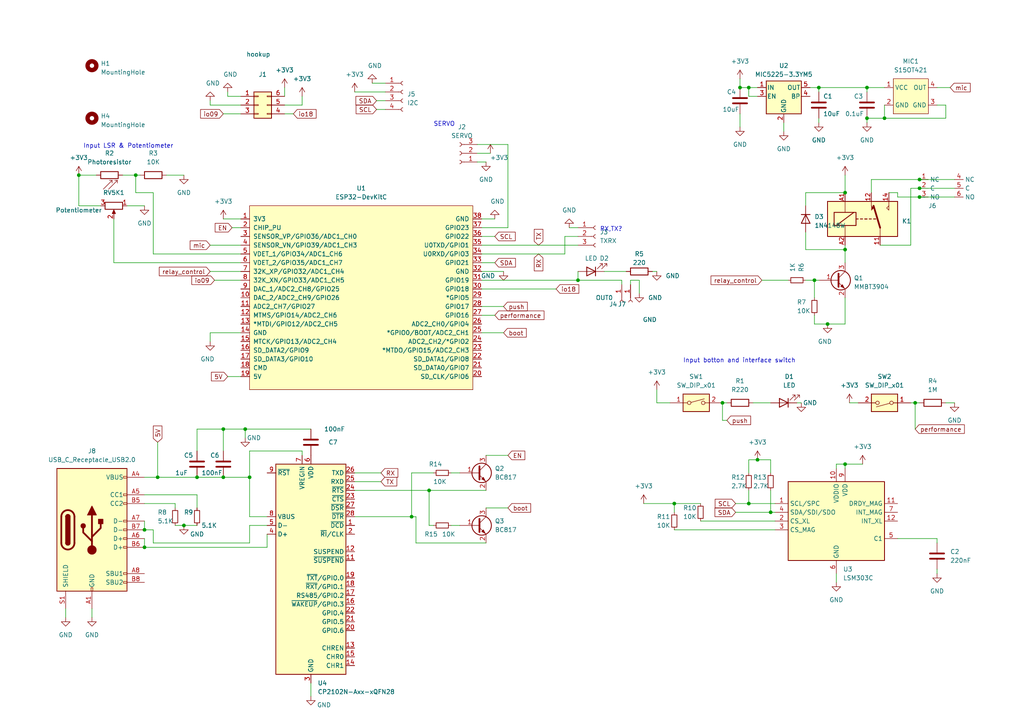
<source format=kicad_sch>
(kicad_sch (version 20231120) (generator "eeschema") (generator_version "8.0")
  (paper "A4")
  (title_block (title "Eleklhekha EFA ENHP Board") (date "2024-09-11"))
  (lib_symbols
    (symbol "Connector:Conn_01x01_Female" (pin_names (offset 1.016) hide)
      (property "Reference" "J" (at 0 2.54 0))
      (property "Value" "Conn_01x01_Female" (at 0 -2.54 0))
      (symbol "Conn_01x01_Female_1_1"
        (pin passive line (at -5.08 0 0) (length 3.81) (name "Pin_1") (number "1"))
      )
    )
    (symbol "Connector:Conn_01x03_Female" (pin_names (offset 1.016) hide)
      (property "Reference" "J" (at 0 5.08 0))
      (property "Value" "Conn_01x03_Female" (at 0 -5.08 0))
      (symbol "Conn_01x03_Female_1_1"
        (pin passive line (at -5.08 2.54 0) (length 3.81) (name "Pin_1") (number "1"))
        (pin passive line (at -5.08 0 0) (length 3.81) (name "Pin_2") (number "2"))
        (pin passive line (at -5.08 -2.54 0) (length 3.81) (name "Pin_3") (number "3"))
      )
    )
    (symbol "Connector:Conn_01x04_Socket" (pin_names (offset 1.016) hide)
      (property "Reference" "J" (at 0 5.08 0))
      (property "Value" "Conn_01x04_Socket" (at 0 -7.62 0))
      (symbol "Conn_01x04_Socket_1_1"
        (pin passive line (at -5.08 2.54 0) (length 3.81) (name "Pin_1") (number "1"))
        (pin passive line (at -5.08 0 0) (length 3.81) (name "Pin_2") (number "2"))
        (pin passive line (at -5.08 -2.54 0) (length 3.81) (name "Pin_3") (number "3"))
        (pin passive line (at -5.08 -5.08 0) (length 3.81) (name "Pin_4") (number "4"))
      )
    )
    (symbol "Connector:USB_C_Receptacle_USB2.0" (pin_names (offset 1.016))
      (property "Reference" "J" (at -10.16 19.05 0))
      (property "Value" "USB_C_Receptacle_USB2.0" (at 19.05 19.05 0))
      (symbol "USB_C_Receptacle_USB2.0_1_1"
        (pin passive line (at 0 -22.86 90) (length 5.08) (name "GND") (number "A1"))
        (pin passive line (at 0 -22.86 90) (length 5.08) hide (name "GND") (number "A12"))
        (pin passive line (at 15.24 15.24 180) (length 5.08) (name "VBUS") (number "A4"))
        (pin bidirectional line (at 15.24 10.16 180) (length 5.08) (name "CC1") (number "A5"))
        (pin bidirectional line (at 15.24 -2.54 180) (length 5.08) (name "D+") (number "A6"))
        (pin bidirectional line (at 15.24 2.54 180) (length 5.08) (name "D-") (number "A7"))
        (pin bidirectional line (at 15.24 -12.7 180) (length 5.08) (name "SBU1") (number "A8"))
        (pin passive line (at 15.24 15.24 180) (length 5.08) hide (name "VBUS") (number "A9"))
        (pin passive line (at 0 -22.86 90) (length 5.08) hide (name "GND") (number "B1"))
        (pin passive line (at 0 -22.86 90) (length 5.08) hide (name "GND") (number "B12"))
        (pin passive line (at 15.24 15.24 180) (length 5.08) hide (name "VBUS") (number "B4"))
        (pin bidirectional line (at 15.24 7.62 180) (length 5.08) (name "CC2") (number "B5"))
        (pin bidirectional line (at 15.24 -5.08 180) (length 5.08) (name "D+") (number "B6"))
        (pin bidirectional line (at 15.24 0 180) (length 5.08) (name "D-") (number "B7"))
        (pin bidirectional line (at 15.24 -15.24 180) (length 5.08) (name "SBU2") (number "B8"))
        (pin passive line (at 15.24 15.24 180) (length 5.08) hide (name "VBUS") (number "B9"))
        (pin passive line (at -7.62 -22.86 90) (length 5.08) (name "SHIELD") (number "S1"))
      )
    )
    (symbol "Connector_Generic:Conn_02x03_Counter_Clockwise" (pin_names (offset 1.016) hide)
      (property "Reference" "J" (at 1.27 5.08 0))
      (property "Value" "Conn_02x03_Counter_Clockwise" (at 1.27 -5.08 0))
      (symbol "Conn_02x03_Counter_Clockwise_1_1"
        (pin passive line (at -5.08 2.54 0) (length 3.81) (name "Pin_1") (number "1"))
        (pin passive line (at -5.08 0 0) (length 3.81) (name "Pin_2") (number "2"))
        (pin passive line (at -5.08 -2.54 0) (length 3.81) (name "Pin_3") (number "3"))
        (pin passive line (at 7.62 -2.54 180) (length 3.81) (name "Pin_4") (number "4"))
        (pin passive line (at 7.62 0 180) (length 3.81) (name "Pin_5") (number "5"))
        (pin passive line (at 7.62 2.54 180) (length 3.81) (name "Pin_6") (number "6"))
      )
    )
    (symbol "Device:C" (pin_numbers hide) (pin_names (offset 0.254))
      (property "Reference" "C" (at 0.635 2.54 0))
      (property "Value" "C" (at 0.635 -2.54 0))
      (symbol "C_1_1"
        (pin passive line (at 0 3.81 270) (length 2.794) (name "~") (number "1"))
        (pin passive line (at 0 -3.81 90) (length 2.794) (name "~") (number "2"))
      )
    )
    (symbol "Device:LED" (pin_numbers hide) (pin_names (offset 1.016) hide)
      (property "Reference" "D" (at 0 2.54 0))
      (property "Value" "LED" (at 0 -2.54 0))
      (symbol "LED_1_1"
        (pin passive line (at -3.81 0 0) (length 2.54) (name "K") (number "1"))
        (pin passive line (at 3.81 0 180) (length 2.54) (name "A") (number "2"))
      )
    )
    (symbol "Device:R" (pin_numbers hide) (pin_names (offset 0))
      (property "Reference" "R" (at 2.032 0 90))
      (property "Value" "R" (at 0 0 90))
      (symbol "R_1_1"
        (pin passive line (at 0 3.81 270) (length 1.27) (name "~") (number "1"))
        (pin passive line (at 0 -3.81 90) (length 1.27) (name "~") (number "2"))
      )
    )
    (symbol "Device:R_Photo" (pin_numbers hide) (pin_names (offset 0))
      (property "Reference" "R" (at 1.27 1.27 0))
      (property "Value" "R_Photo" (at 1.27 0 0))
      (symbol "R_Photo_1_1"
        (pin passive line (at 0 3.81 270) (length 1.27) (name "~") (number "1"))
        (pin passive line (at 0 -3.81 90) (length 1.27) (name "~") (number "2"))
      )
    )
    (symbol "Device:R_Potentiometer" (pin_names (offset 1.016) hide)
      (property "Reference" "RV" (at -4.445 0 90))
      (property "Value" "R_Potentiometer" (at -2.54 0 90))
      (symbol "R_Potentiometer_1_1"
        (pin passive line (at 0 3.81 270) (length 1.27) (name "1") (number "1"))
        (pin passive line (at 3.81 0 180) (length 1.27) (name "2") (number "2"))
        (pin passive line (at 0 -3.81 90) (length 1.27) (name "3") (number "3"))
      )
    )
    (symbol "Device:R_Small" (pin_numbers hide) (pin_names (offset 0.254) hide)
      (property "Reference" "R" (at 0.762 0.508 0))
      (property "Value" "R_Small" (at 0.762 -1.016 0))
      (symbol "R_Small_1_1"
        (pin passive line (at 0 2.54 270) (length 0.762) (name "~") (number "1"))
        (pin passive line (at 0 -2.54 90) (length 0.762) (name "~") (number "2"))
      )
    )
    (symbol "Diode:1N4148W" (pin_numbers hide) (pin_names hide)
      (property "Reference" "D" (at 0 2.54 0))
      (property "Value" "1N4148W" (at 0 -2.54 0))
      (symbol "1N4148W_1_1"
        (pin passive line (at -3.81 0 0) (length 2.54) (name "K") (number "1"))
        (pin passive line (at 3.81 0 180) (length 2.54) (name "A") (number "2"))
      )
    )
    (symbol "Espressif:ESP32-DevKitC" (pin_names (offset 1.016))
      (property "Reference" "U" (at -8.89 26.67 0))
      (property "Value" "ESP32-DevKitC" (at 0 -29.21 0))
      (symbol "ESP32-DevKitC_0_0"
        (pin power_in line (at -33.02 -11.43 0) (length 2.54) (name "GND") (number "14"))
        (pin power_in line (at -33.02 -24.13 0) (length 2.54) (name "5V") (number "19"))
      )
      (symbol "ESP32-DevKitC_1_1"
        (pin power_in line (at -33.02 21.59 0) (length 2.54) (name "3V3") (number "1"))
        (pin bidirectional line (at -33.02 -1.27 0) (length 2.54) (name "DAC_2/ADC2_CH9/GPIO26") (number "10"))
        (pin bidirectional line (at -33.02 -3.81 0) (length 2.54) (name "ADC2_CH7/GPIO27") (number "11"))
        (pin bidirectional line (at -33.02 -6.35 0) (length 2.54) (name "MTMS/GPIO14/ADC2_CH6") (number "12"))
        (pin bidirectional line (at -33.02 -8.89 0) (length 2.54) (name "*MTDI/GPIO12/ADC2_CH5") (number "13"))
        (pin bidirectional line (at -33.02 -13.97 0) (length 2.54) (name "MTCK/GPIO13/ADC2_CH4") (number "15"))
        (pin bidirectional line (at -33.02 -16.51 0) (length 2.54) (name "SD_DATA2/GPIO9") (number "16"))
        (pin bidirectional line (at -33.02 -19.05 0) (length 2.54) (name "SD_DATA3/GPIO10") (number "17"))
        (pin bidirectional line (at -33.02 -21.59 0) (length 2.54) (name "CMD") (number "18"))
        (pin input line (at -33.02 19.05 0) (length 2.54) (name "CHIP_PU") (number "2"))
        (pin bidirectional line (at 36.83 -24.13 180) (length 2.54) (name "SD_CLK/GPIO6") (number "20"))
        (pin bidirectional line (at 36.83 -21.59 180) (length 2.54) (name "SD_DATA0/GPIO7") (number "21"))
        (pin bidirectional line (at 36.83 -19.05 180) (length 2.54) (name "SD_DATA1/GPIO8") (number "22"))
        (pin bidirectional line (at 36.83 -16.51 180) (length 2.54) (name "*MTDO/GPIO15/ADC2_CH3") (number "23"))
        (pin bidirectional line (at 36.83 -13.97 180) (length 2.54) (name "ADC2_CH2/*GPIO2") (number "24"))
        (pin bidirectional line (at 36.83 -11.43 180) (length 2.54) (name "*GPIO0/BOOT/ADC2_CH1") (number "25"))
        (pin bidirectional line (at 36.83 -8.89 180) (length 2.54) (name "ADC2_CH0/GPIO4") (number "26"))
        (pin bidirectional line (at 36.83 -6.35 180) (length 2.54) (name "GPIO16") (number "27"))
        (pin bidirectional line (at 36.83 -3.81 180) (length 2.54) (name "GPIO17") (number "28"))
        (pin bidirectional line (at 36.83 -1.27 180) (length 2.54) (name "*GPIO5") (number "29"))
        (pin input line (at -33.02 16.51 0) (length 2.54) (name "SENSOR_VP/GPIO36/ADC1_CH0") (number "3"))
        (pin bidirectional line (at 36.83 1.27 180) (length 2.54) (name "GPIO18") (number "30"))
        (pin bidirectional line (at 36.83 3.81 180) (length 2.54) (name "GPIO19") (number "31"))
        (pin power_in line (at 36.83 6.35 180) (length 2.54) (name "GND") (number "32"))
        (pin bidirectional line (at 36.83 8.89 180) (length 2.54) (name "GPIO21") (number "33"))
        (pin bidirectional line (at 36.83 11.43 180) (length 2.54) (name "U0RXD/GPIO3") (number "34"))
        (pin bidirectional line (at 36.83 13.97 180) (length 2.54) (name "U0TXD/GPIO1") (number "35"))
        (pin bidirectional line (at 36.83 16.51 180) (length 2.54) (name "GPIO22") (number "36"))
        (pin bidirectional line (at 36.83 19.05 180) (length 2.54) (name "GPIO23") (number "37"))
        (pin power_in line (at 36.83 21.59 180) (length 2.54) (name "GND") (number "38"))
        (pin input line (at -33.02 13.97 0) (length 2.54) (name "SENSOR_VN/GPIO39/ADC1_CH3") (number "4"))
        (pin input line (at -33.02 11.43 0) (length 2.54) (name "VDET_1/GPIO34/ADC1_CH6") (number "5"))
        (pin input line (at -33.02 8.89 0) (length 2.54) (name "VDET_2/GPIO35/ADC1_CH7") (number "6"))
        (pin bidirectional line (at -33.02 6.35 0) (length 2.54) (name "32K_XP/GPIO32/ADC1_CH4") (number "7"))
        (pin bidirectional line (at -33.02 3.81 0) (length 2.54) (name "32K_XN/GPIO33/ADC1_CH5") (number "8"))
        (pin bidirectional line (at -33.02 1.27 0) (length 2.54) (name "DAC_1/ADC2_CH8/GPIO25") (number "9"))
      )
    )
    (symbol "Interface_USB:CP2102N-Axx-xQFN28"
      (property "Reference" "U" (at -8.89 31.75 0))
      (property "Value" "CP2102N-Axx-xQFN28" (at 12.7 31.75 0))
      (symbol "CP2102N-Axx-xQFN28_1_1"
        (pin input line (at 12.7 12.7 180) (length 2.54) (name "~{DCD}") (number "1"))
        (pin no_connect line (at -10.16 -27.94 0) (length 2.54) hide (name "NC") (number "10"))
        (pin output line (at 12.7 2.54 180) (length 2.54) (name "~{SUSPEND}") (number "11"))
        (pin output line (at 12.7 5.08 180) (length 2.54) (name "SUSPEND") (number "12"))
        (pin output line (at 12.7 -22.86 180) (length 2.54) (name "CHREN") (number "13"))
        (pin output line (at 12.7 -27.94 180) (length 2.54) (name "CHR1") (number "14"))
        (pin output line (at 12.7 -25.4 180) (length 2.54) (name "CHR0") (number "15"))
        (pin bidirectional line (at 12.7 -10.16 180) (length 2.54) (name "~{WAKEUP}/GPIO.3") (number "16"))
        (pin bidirectional line (at 12.7 -7.62 180) (length 2.54) (name "RS485/GPIO.2") (number "17"))
        (pin bidirectional line (at 12.7 -5.08 180) (length 2.54) (name "~{RXT}/GPIO.1") (number "18"))
        (pin bidirectional line (at 12.7 -2.54 180) (length 2.54) (name "~{TXT}/GPIO.0") (number "19"))
        (pin bidirectional line (at 12.7 10.16 180) (length 2.54) (name "~{RI}/CLK") (number "2"))
        (pin bidirectional line (at 12.7 -17.78 180) (length 2.54) (name "GPIO.6") (number "20"))
        (pin bidirectional line (at 12.7 -15.24 180) (length 2.54) (name "GPIO.5") (number "21"))
        (pin bidirectional line (at 12.7 -12.7 180) (length 2.54) (name "GPIO.4") (number "22"))
        (pin input line (at 12.7 20.32 180) (length 2.54) (name "~{CTS}") (number "23"))
        (pin output line (at 12.7 22.86 180) (length 2.54) (name "~{RTS}") (number "24"))
        (pin input line (at 12.7 25.4 180) (length 2.54) (name "RXD") (number "25"))
        (pin output line (at 12.7 27.94 180) (length 2.54) (name "TXD") (number "26"))
        (pin input line (at 12.7 17.78 180) (length 2.54) (name "~{DSR}") (number "27"))
        (pin output line (at 12.7 15.24 180) (length 2.54) (name "~{DTR}") (number "28"))
        (pin passive line (at 0 -33.02 90) (length 2.54) hide (name "GND") (number "29"))
        (pin power_in line (at 0 -33.02 90) (length 2.54) (name "GND") (number "3"))
        (pin bidirectional line (at -12.7 10.16 0) (length 2.54) (name "D+") (number "4"))
        (pin bidirectional line (at -12.7 12.7 0) (length 2.54) (name "D-") (number "5"))
        (pin power_in line (at 0 33.02 270) (length 2.54) (name "VDD") (number "6"))
        (pin power_in line (at -2.54 33.02 270) (length 2.54) (name "VREGIN") (number "7"))
        (pin input line (at -12.7 15.24 0) (length 2.54) (name "VBUS") (number "8"))
        (pin input line (at -12.7 27.94 0) (length 2.54) (name "~{RST}") (number "9"))
      )
    )
    (symbol "Mechanical:MountingHole" (pin_names (offset 1.016))
      (property "Reference" "H" (at 0 5.08 0))
      (property "Value" "MountingHole" (at 0 3.175 0))
    )
    (symbol "Microphones:S15OT421"
      (property "Reference" "U" (at -2.54 7.62 0))
      (property "Value" "S15OT421" (at 3.81 7.62 0))
      (symbol "S15OT421_1_1"
        (pin input line (at -7.62 3.81 0) (length 2.54) (name "VCC") (number "1"))
        (pin input line (at -7.62 -1.27 0) (length 2.54) (name "GND") (number "2"))
        (pin input line (at 7.62 -1.27 180) (length 2.54) (name "GND") (number "3"))
        (pin output line (at 7.62 3.81 180) (length 2.54) (name "OUT") (number "4"))
      )
    )
    (symbol "Regulator_Linear:MIC5205-3.3YM5" (pin_names (offset 0.254))
      (property "Reference" "U" (at -3.81 5.715 0))
      (property "Value" "MIC5205-3.3YM5" (at 0 5.715 0))
      (symbol "MIC5205-3.3YM5_1_1"
        (pin power_in line (at -7.62 2.54 0) (length 2.54) (name "IN") (number "1"))
        (pin power_in line (at 0 -7.62 90) (length 2.54) (name "GND") (number "2"))
        (pin input line (at -7.62 0 0) (length 2.54) (name "EN") (number "3"))
        (pin input line (at 7.62 0 180) (length 2.54) (name "BP") (number "4"))
        (pin power_out line (at 7.62 2.54 180) (length 2.54) (name "OUT") (number "5"))
      )
    )
    (symbol "Relay:FINDER-36.11"
      (property "Reference" "K" (at 11.43 3.81 0))
      (property "Value" "FINDER-36.11" (at 11.43 1.27 0))
      (symbol "FINDER-36.11_1_1"
        (pin passive line (at 5.08 -7.62 90) (length 2.54) (name "~") (number "11"))
        (pin passive line (at 2.54 7.62 270) (length 2.54) (name "~") (number "12"))
        (pin passive line (at 7.62 7.62 270) (length 2.54) (name "~") (number "14"))
        (pin passive line (at -5.08 7.62 270) (length 2.54) (name "~") (number "A1"))
        (pin passive line (at -5.08 -7.62 90) (length 2.54) (name "~") (number "A2"))
      )
    )
    (symbol "Sensor_Motion:LSM303C"
      (property "Reference" "U" (at -11.43 15.24 0))
      (property "Value" "LSM303C" (at -5.08 13.97 0))
      (symbol "LSM303C_1_1"
        (pin input line (at -17.78 5.08 0) (length 3.81) (name "SCL/SPC") (number "1"))
        (pin power_in line (at 0 15.24 270) (length 3.81) (name "VDDIO") (number "10"))
        (pin output line (at 17.78 5.08 180) (length 3.81) (name "DRDY_MAG") (number "11"))
        (pin output line (at 17.78 0 180) (length 3.81) (name "INT_XL") (number "12"))
        (pin input line (at -17.78 0 0) (length 3.81) (name "CS_XL") (number "2"))
        (pin input line (at -17.78 -2.54 0) (length 3.81) (name "CS_MAG") (number "3"))
        (pin bidirectional line (at -17.78 2.54 0) (length 3.81) (name "SDA/SDI/SDO") (number "4"))
        (pin passive line (at 17.78 -5.08 180) (length 3.81) (name "C1") (number "5"))
        (pin power_in line (at 0 -15.24 90) (length 3.81) (name "GND") (number "6"))
        (pin output line (at 17.78 2.54 180) (length 3.81) (name "INT_MAG") (number "7"))
        (pin passive line (at 0 -15.24 90) (length 3.81) hide (name "GND") (number "8"))
        (pin power_in line (at 2.54 15.24 270) (length 3.81) (name "VDD") (number "9"))
      )
    )
    (symbol "Spring_terminal:spring+terminal_3Pos"
      (property "Reference" "J" (at 0 -2.54 0))
      (symbol "spring+terminal_3Pos_1_1"
        (pin input line (at -1.27 5.08 0) (length 2.54) (name "NC") (number "1"))
        (pin input line (at -1.27 2.54 0) (length 2.54) (name "C") (number "2"))
        (pin input line (at -1.27 0 0) (length 2.54) (name "NO") (number "3"))
        (pin input line (at 8.89 5.08 0) (length 2.54) (name "NC") (number "4"))
        (pin input line (at 8.89 2.54 0) (length 2.54) (name "C") (number "5"))
        (pin input line (at 8.89 0 0) (length 2.54) (name "NO") (number "6"))
      )
    )
    (symbol "Switch:SW_DIP_x01" (pin_names (offset 0) hide)
      (property "Reference" "SW" (at 0 3.81 0))
      (property "Value" "SW_DIP_x01" (at 0 -3.81 0))
      (symbol "SW_DIP_x01_1_1"
        (pin passive line (at -7.62 0 0) (length 5.08) (name "~") (number "1"))
        (pin passive line (at 7.62 0 180) (length 5.08) (name "~") (number "2"))
      )
    )
    (symbol "Transistor_BJT:BC817" (pin_names (offset 0) hide)
      (property "Reference" "Q" (at 5.08 1.905 0))
      (property "Value" "BC817" (at 5.08 0 0))
      (symbol "BC817_1_1"
        (pin input line (at -5.08 0 0) (length 5.715) (name "B") (number "1"))
        (pin passive line (at 2.54 -5.08 90) (length 2.54) (name "E") (number "2"))
        (pin passive line (at 2.54 5.08 270) (length 2.54) (name "C") (number "3"))
      )
    )
    (symbol "Transistor_BJT:MMBT3904" (pin_names (offset 0) hide)
      (property "Reference" "Q" (at 5.08 1.905 0))
      (property "Value" "MMBT3904" (at 5.08 0 0))
      (symbol "MMBT3904_1_1"
        (pin input line (at -5.08 0 0) (length 5.715) (name "B") (number "1"))
        (pin passive line (at 2.54 -5.08 90) (length 2.54) (name "E") (number "2"))
        (pin passive line (at 2.54 5.08 270) (length 2.54) (name "C") (number "3"))
      )
    )
    (symbol "power:+3.3V" (power) (pin_names (offset 0))
      (property "Value" "+3.3V" (at 0 3.556 0))
      (symbol "+3.3V_1_1"
        (pin power_in line (at 0 0 90) (length 0) hide (name "+3V3") (number "1"))
      )
    )
    (symbol "power:GND" (power) (pin_names (offset 0))
      (property "Value" "GND" (at 0 -3.81 0))
      (symbol "GND_1_1"
        (pin power_in line (at 0 0 270) (length 0) hide (name "GND") (number "1"))
      )
    )
  )
  (junction (at 245.11 134.62))
  (junction (at 217.17 146.05))
  (junction (at 266.7 57.15))
  (junction (at 119.38 149.86))
  (junction (at 223.52 148.59))
  (junction (at 45.72 138.43))
  (junction (at 217.17 25.4))
  (junction (at 265.43 116.84))
  (junction (at 57.15 138.43))
  (junction (at 124.46 142.24))
  (junction (at 195.58 146.05))
  (junction (at 64.77 124.46))
  (junction (at 209.55 116.84))
  (junction (at 64.77 138.43))
  (junction (at 251.46 34.29))
  (junction (at 53.34 152.4))
  (junction (at 266.7 52.07))
  (junction (at 245.11 72.39))
  (junction (at 39.37 50.8))
  (junction (at 72.39 138.43))
  (junction (at 251.46 25.4))
  (junction (at 22.86 50.8))
  (junction (at 219.71 133.35))
  (junction (at 41.91 153.67))
  (junction (at 266.7 54.61))
  (junction (at 167.64 81.28))
  (junction (at 237.49 25.4))
  (junction (at 256.54 34.29))
  (junction (at 245.11 55.88))
  (junction (at 240.03 93.98))
  (junction (at 41.91 158.75))
  (junction (at 236.22 81.28))
  (junction (at 214.63 25.4))
  (junction (at 71.12 124.46))
  (wire (pts (xy 72.39 157.48) (xy 44.45 157.48)))
  (wire (pts (xy 109.22 31.75) (xy 111.76 31.75)))
  (wire (pts (xy 19.05 176.53) (xy 19.05 179.07)))
  (wire (pts (xy 44.45 157.48) (xy 44.45 153.67)))
  (wire (pts (xy 124.46 142.24) (xy 124.46 152.4)))
  (wire (pts (xy 203.2 151.13) (xy 224.79 151.13)))
  (wire (pts (xy 139.7 66.04) (xy 147.32 66.04)))
  (wire (pts (xy 119.38 137.16) (xy 119.38 149.86)))
  (wire (pts (xy 219.71 27.94) (xy 217.17 27.94)))
  (wire (pts (xy 41.91 158.75) (xy 77.47 158.75)))
  (wire (pts (xy 214.63 33.02) (xy 214.63 36.83)))
  (wire (pts (xy 120.65 149.86) (xy 119.38 149.86)))
  (wire (pts (xy 64.77 33.02) (xy 69.85 33.02)))
  (wire (pts (xy 245.11 134.62) (xy 242.57 134.62)))
  (wire (pts (xy 139.7 83.82) (xy 161.29 83.82)))
  (wire (pts (xy 120.65 157.48) (xy 120.65 149.86)))
  (wire (pts (xy 41.91 143.51) (xy 57.15 143.51)))
  (wire (pts (xy 102.87 142.24) (xy 124.46 142.24)))
  (wire (pts (xy 109.22 29.21) (xy 111.76 29.21)))
  (wire (pts (xy 167.64 78.74) (xy 167.64 81.28)))
  (wire (pts (xy 66.04 109.22) (xy 69.85 109.22)))
  (wire (pts (xy 271.78 30.48) (xy 274.32 30.48)))
  (wire (pts (xy 102.87 26.67) (xy 111.76 26.67)))
  (wire (pts (xy 139.7 73.66) (xy 163.83 73.66)))
  (wire (pts (xy 260.35 156.21) (xy 271.78 156.21)))
  (wire (pts (xy 147.32 41.91) (xy 147.32 66.04)))
  (wire (pts (xy 252.73 55.88) (xy 252.73 52.07)))
  (wire (pts (xy 274.32 116.84) (xy 276.86 116.84)))
  (wire (pts (xy 139.7 96.52) (xy 146.05 96.52)))
  (wire (pts (xy 274.32 30.48) (xy 274.32 34.29)))
  (wire (pts (xy 265.43 124.46) (xy 265.43 116.84)))
  (wire (pts (xy 242.57 166.37) (xy 242.57 168.91)))
  (wire (pts (xy 57.15 124.46) (xy 64.77 124.46)))
  (wire (pts (xy 77.47 152.4) (xy 72.39 152.4)))
  (wire (pts (xy 250.19 134.62) (xy 245.11 134.62)))
  (wire (pts (xy 22.86 50.8) (xy 27.94 50.8)))
  (wire (pts (xy 102.87 137.16) (xy 110.49 137.16)))
  (wire (pts (xy 44.45 73.66) (xy 44.45 55.88)))
  (wire (pts (xy 39.37 55.88) (xy 39.37 50.8)))
  (wire (pts (xy 60.96 71.12) (xy 69.85 71.12)))
  (wire (pts (xy 180.34 81.28) (xy 180.34 82.55)))
  (wire (pts (xy 209.55 116.84) (xy 209.55 121.92)))
  (wire (pts (xy 213.36 146.05) (xy 217.17 146.05)))
  (wire (pts (xy 217.17 25.4) (xy 219.71 25.4)))
  (wire (pts (xy 77.47 149.86) (xy 72.39 149.86)))
  (wire (pts (xy 242.57 134.62) (xy 242.57 135.89)))
  (wire (pts (xy 45.72 138.43) (xy 41.91 138.43)))
  (wire (pts (xy 60.96 30.48) (xy 60.96 29.21)))
  (wire (pts (xy 72.39 138.43) (xy 64.77 138.43)))
  (wire (pts (xy 175.26 78.74) (xy 181.61 78.74)))
  (wire (pts (xy 130.81 137.16) (xy 133.35 137.16)))
  (wire (pts (xy 266.7 54.61) (xy 276.86 54.61)))
  (wire (pts (xy 33.02 63.5) (xy 33.02 76.2)))
  (wire (pts (xy 53.34 152.4) (xy 57.15 152.4)))
  (wire (pts (xy 107.95 24.13) (xy 111.76 24.13)))
  (wire (pts (xy 62.23 81.28) (xy 69.85 81.28)))
  (wire (pts (xy 39.37 50.8) (xy 40.64 50.8)))
  (wire (pts (xy 72.39 130.81) (xy 72.39 138.43)))
  (wire (pts (xy 102.87 139.7) (xy 110.49 139.7)))
  (wire (pts (xy 214.63 22.86) (xy 214.63 25.4)))
  (wire (pts (xy 190.5 116.84) (xy 194.31 116.84)))
  (wire (pts (xy 256.54 34.29) (xy 274.32 34.29)))
  (wire (pts (xy 182.88 81.28) (xy 182.88 82.55)))
  (wire (pts (xy 140.97 157.48) (xy 120.65 157.48)))
  (wire (pts (xy 190.5 113.03) (xy 190.5 116.84)))
  (wire (pts (xy 165.1 66.04) (xy 167.64 66.04)))
  (wire (pts (xy 82.55 25.4) (xy 82.55 27.94)))
  (wire (pts (xy 139.7 81.28) (xy 167.64 81.28)))
  (wire (pts (xy 167.64 81.28) (xy 180.34 81.28)))
  (wire (pts (xy 217.17 142.24) (xy 217.17 146.05)))
  (wire (pts (xy 236.22 91.44) (xy 236.22 93.98)))
  (wire (pts (xy 139.7 88.9) (xy 146.05 88.9)))
  (wire (pts (xy 72.39 149.86) (xy 72.39 138.43)))
  (wire (pts (xy 163.83 73.66) (xy 163.83 68.58)))
  (wire (pts (xy 186.69 146.05) (xy 195.58 146.05)))
  (wire (pts (xy 251.46 34.29) (xy 251.46 35.56)))
  (wire (pts (xy 71.12 124.46) (xy 71.12 127)))
  (wire (pts (xy 251.46 34.29) (xy 256.54 34.29)))
  (wire (pts (xy 245.11 50.8) (xy 245.11 55.88)))
  (wire (pts (xy 233.68 67.31) (xy 233.68 72.39)))
  (wire (pts (xy 213.36 148.59) (xy 223.52 148.59)))
  (wire (pts (xy 41.91 146.05) (xy 50.8 146.05)))
  (wire (pts (xy 257.81 55.88) (xy 260.35 55.88)))
  (wire (pts (xy 271.78 165.1) (xy 271.78 166.37)))
  (wire (pts (xy 271.78 156.21) (xy 271.78 157.48)))
  (wire (pts (xy 245.11 72.39) (xy 245.11 76.2)))
  (wire (pts (xy 60.96 78.74) (xy 69.85 78.74)))
  (wire (pts (xy 237.49 34.29) (xy 237.49 35.56)))
  (wire (pts (xy 138.43 41.91) (xy 147.32 41.91)))
  (wire (pts (xy 60.96 30.48) (xy 69.85 30.48)))
  (wire (pts (xy 264.16 54.61) (xy 266.7 54.61)))
  (wire (pts (xy 234.95 25.4) (xy 237.49 25.4)))
  (wire (pts (xy 260.35 57.15) (xy 266.7 57.15)))
  (wire (pts (xy 163.83 68.58) (xy 167.64 68.58)))
  (wire (pts (xy 139.7 78.74) (xy 146.05 78.74)))
  (wire (pts (xy 236.22 93.98) (xy 240.03 93.98)))
  (wire (pts (xy 87.63 130.81) (xy 72.39 130.81)))
  (wire (pts (xy 139.7 91.44) (xy 143.51 91.44)))
  (wire (pts (xy 87.63 132.08) (xy 87.63 130.81)))
  (wire (pts (xy 209.55 116.84) (xy 210.82 116.84)))
  (wire (pts (xy 69.85 76.2) (xy 33.02 76.2)))
  (wire (pts (xy 252.73 52.07) (xy 266.7 52.07)))
  (wire (pts (xy 139.7 71.12) (xy 167.64 71.12)))
  (wire (pts (xy 195.58 146.05) (xy 203.2 146.05)))
  (wire (pts (xy 64.77 124.46) (xy 64.77 130.81)))
  (wire (pts (xy 90.17 198.12) (xy 90.17 201.93)))
  (wire (pts (xy 260.35 55.88) (xy 260.35 57.15)))
  (wire (pts (xy 125.73 137.16) (xy 119.38 137.16)))
  (wire (pts (xy 251.46 25.4) (xy 256.54 25.4)))
  (wire (pts (xy 67.31 66.04) (xy 69.85 66.04)))
  (wire (pts (xy 223.52 133.35) (xy 219.71 133.35)))
  (wire (pts (xy 256.54 30.48) (xy 256.54 34.29)))
  (wire (pts (xy 266.7 52.07) (xy 276.86 52.07)))
  (wire (pts (xy 22.86 50.8) (xy 22.86 59.69)))
  (wire (pts (xy 233.68 59.69) (xy 233.68 55.88)))
  (wire (pts (xy 223.52 137.16) (xy 223.52 133.35)))
  (wire (pts (xy 64.77 138.43) (xy 57.15 138.43)))
  (wire (pts (xy 245.11 134.62) (xy 245.11 135.89)))
  (wire (pts (xy 29.21 59.69) (xy 22.86 59.69)))
  (wire (pts (xy 195.58 153.67) (xy 224.79 153.67)))
  (wire (pts (xy 90.17 124.46) (xy 71.12 124.46)))
  (wire (pts (xy 138.43 44.45) (xy 142.24 44.45)))
  (wire (pts (xy 130.81 152.4) (xy 133.35 152.4)))
  (wire (pts (xy 266.7 57.15) (xy 276.86 57.15)))
  (wire (pts (xy 246.38 116.84) (xy 248.92 116.84)))
  (wire (pts (xy 185.42 81.28) (xy 185.42 85.09)))
  (wire (pts (xy 265.43 116.84) (xy 266.7 116.84)))
  (wire (pts (xy 57.15 138.43) (xy 45.72 138.43)))
  (wire (pts (xy 119.38 149.86) (xy 102.87 149.86)))
  (wire (pts (xy 217.17 27.94) (xy 217.17 25.4)))
  (wire (pts (xy 190.5 78.74) (xy 189.23 78.74)))
  (wire (pts (xy 237.49 26.67) (xy 237.49 25.4)))
  (wire (pts (xy 72.39 152.4) (xy 72.39 157.48)))
  (wire (pts (xy 60.96 96.52) (xy 69.85 96.52)))
  (wire (pts (xy 35.56 50.8) (xy 39.37 50.8)))
  (wire (pts (xy 264.16 116.84) (xy 265.43 116.84)))
  (wire (pts (xy 57.15 143.51) (xy 57.15 147.32)))
  (wire (pts (xy 66.04 27.94) (xy 66.04 26.67)))
  (wire (pts (xy 82.55 30.48) (xy 87.63 30.48)))
  (wire (pts (xy 220.98 81.28) (xy 228.6 81.28)))
  (wire (pts (xy 69.85 73.66) (xy 44.45 73.66)))
  (wire (pts (xy 209.55 121.92) (xy 210.82 121.92)))
  (wire (pts (xy 64.77 63.5) (xy 69.85 63.5)))
  (wire (pts (xy 139.7 63.5) (xy 143.51 63.5)))
  (wire (pts (xy 57.15 130.81) (xy 57.15 124.46)))
  (wire (pts (xy 139.7 68.58) (xy 143.51 68.58)))
  (wire (pts (xy 139.7 76.2) (xy 143.51 76.2)))
  (wire (pts (xy 87.63 27.94) (xy 87.63 30.48)))
  (wire (pts (xy 227.33 35.56) (xy 227.33 38.1)))
  (wire (pts (xy 237.49 25.4) (xy 251.46 25.4)))
  (wire (pts (xy 214.63 25.4) (xy 217.17 25.4)))
  (wire (pts (xy 124.46 142.24) (xy 140.97 142.24)))
  (wire (pts (xy 218.44 116.84) (xy 223.52 116.84)))
  (wire (pts (xy 217.17 133.35) (xy 217.17 137.16)))
  (wire (pts (xy 223.52 148.59) (xy 224.79 148.59)))
  (wire (pts (xy 125.73 152.4) (xy 124.46 152.4)))
  (wire (pts (xy 64.77 124.46) (xy 71.12 124.46)))
  (wire (pts (xy 66.04 27.94) (xy 69.85 27.94)))
  (wire (pts (xy 138.43 46.99) (xy 140.97 46.99)))
  (wire (pts (xy 140.97 147.32) (xy 147.32 147.32)))
  (wire (pts (xy 264.16 71.12) (xy 264.16 54.61)))
  (wire (pts (xy 233.68 55.88) (xy 245.11 55.88)))
  (wire (pts (xy 233.68 81.28) (xy 236.22 81.28)))
  (wire (pts (xy 219.71 133.35) (xy 217.17 133.35)))
  (wire (pts (xy 45.72 128.27) (xy 45.72 138.43)))
  (wire (pts (xy 236.22 86.36) (xy 236.22 81.28)))
  (wire (pts (xy 195.58 146.05) (xy 195.58 148.59)))
  (wire (pts (xy 223.52 142.24) (xy 223.52 148.59)))
  (wire (pts (xy 50.8 152.4) (xy 53.34 152.4)))
  (wire (pts (xy 41.91 151.13) (xy 41.91 153.67)))
  (wire (pts (xy 217.17 146.05) (xy 224.79 146.05)))
  (wire (pts (xy 41.91 156.21) (xy 41.91 158.75)))
  (wire (pts (xy 44.45 153.67) (xy 41.91 153.67)))
  (wire (pts (xy 251.46 26.67) (xy 251.46 25.4)))
  (wire (pts (xy 77.47 154.94) (xy 77.47 158.75)))
  (wire (pts (xy 60.96 99.06) (xy 60.96 96.52)))
  (wire (pts (xy 233.68 72.39) (xy 245.11 72.39)))
  (wire (pts (xy 50.8 147.32) (xy 50.8 146.05)))
  (wire (pts (xy 240.03 93.98) (xy 245.11 93.98)))
  (wire (pts (xy 26.67 176.53) (xy 26.67 179.07)))
  (wire (pts (xy 44.45 55.88) (xy 39.37 55.88)))
  (wire (pts (xy 82.55 33.02) (xy 85.09 33.02)))
  (wire (pts (xy 140.97 132.08) (xy 147.32 132.08)))
  (wire (pts (xy 245.11 71.12) (xy 245.11 72.39)))
  (wire (pts (xy 36.83 59.69) (xy 41.91 59.69)))
  (wire (pts (xy 182.88 81.28) (xy 185.42 81.28)))
  (wire (pts (xy 231.14 116.84) (xy 232.41 116.84)))
  (wire (pts (xy 255.27 71.12) (xy 264.16 71.12)))
  (wire (pts (xy 271.78 25.4) (xy 275.59 25.4)))
  (wire (pts (xy 245.11 86.36) (xy 245.11 93.98)))
  (wire (pts (xy 236.22 81.28) (xy 237.49 81.28)))
  (wire (pts (xy 48.26 50.8) (xy 53.34 50.8)))
  (text "Input LSR & Potentiometer" (at 24.13 43.18 0) (effects (font (size 1.27 1.27)) (justify left bottom)))
  (text "SERVO" (at 125.73 36.83 0) (effects (font (size 1.27 1.27)) (justify left bottom)))
  (text "Input botton and interface switch" (at 198.12 105.41 0) (effects (font (size 1.27 1.27)) (justify left bottom)))
  (text "RX,TX?" (at 173.99 67.31 0) (effects (font (size 1.27 1.27)) (justify left bottom)))
  (global_label "SDA" (shape input) (at 143.51 76.2 0) (property "Intersheetrefs" "${INTERSHEET_REFS}" (effects (hide yes))))
  (global_label "boot" (shape input) (at 146.05 96.52 0) (property "Intersheetrefs" "${INTERSHEET_REFS}" (effects (hide yes))))
  (global_label "performance" (shape input) (at 143.51 91.44 0) (property "Intersheetrefs" "${INTERSHEET_REFS}" (effects (hide yes))))
  (global_label "TX" (shape input) (at 110.49 139.7 0) (property "Intersheetrefs" "${INTERSHEET_REFS}" (effects (hide yes))))
  (global_label "push" (shape input) (at 146.05 88.9 0) (property "Intersheetrefs" "${INTERSHEET_REFS}" (effects (hide yes))))
  (global_label "relay_control" (shape input) (at 220.98 81.28 180) (property "Intersheetrefs" "${INTERSHEET_REFS}" (effects (hide yes))))
  (global_label "RX" (shape input) (at 156.21 73.66 270) (property "Intersheetrefs" "${INTERSHEET_REFS}" (effects (hide yes))))
  (global_label "SCL" (shape input) (at 143.51 68.58 0) (property "Intersheetrefs" "${INTERSHEET_REFS}" (effects (hide yes))))
  (global_label "performance" (shape input) (at 265.43 124.46 0) (property "Intersheetrefs" "${INTERSHEET_REFS}" (effects (hide yes))))
  (global_label "SDA" (shape input) (at 109.22 29.21 180) (property "Intersheetrefs" "${INTERSHEET_REFS}" (effects (hide yes))))
  (global_label "io18" (shape input) (at 85.09 33.02 0) (property "Intersheetrefs" "${INTERSHEET_REFS}" (effects (hide yes))))
  (global_label "io09" (shape input) (at 62.23 81.28 180) (property "Intersheetrefs" "${INTERSHEET_REFS}" (effects (hide yes))))
  (global_label "relay_control" (shape input) (at 60.96 78.74 180) (property "Intersheetrefs" "${INTERSHEET_REFS}" (effects (hide yes))))
  (global_label "5V" (shape input) (at 66.04 109.22 180) (property "Intersheetrefs" "${INTERSHEET_REFS}" (effects (hide yes))))
  (global_label "EN" (shape input) (at 67.31 66.04 180) (property "Intersheetrefs" "${INTERSHEET_REFS}" (effects (hide yes))))
  (global_label "mic" (shape input) (at 60.96 71.12 180) (property "Intersheetrefs" "${INTERSHEET_REFS}" (effects (hide yes))))
  (global_label "io09" (shape input) (at 64.77 33.02 180) (property "Intersheetrefs" "${INTERSHEET_REFS}" (effects (hide yes))))
  (global_label "SCL" (shape input) (at 213.36 146.05 180) (property "Intersheetrefs" "${INTERSHEET_REFS}" (effects (hide yes))))
  (global_label "EN" (shape input) (at 147.32 132.08 0) (property "Intersheetrefs" "${INTERSHEET_REFS}" (effects (hide yes))))
  (global_label "RX" (shape input) (at 110.49 137.16 0) (property "Intersheetrefs" "${INTERSHEET_REFS}" (effects (hide yes))))
  (global_label "push" (shape input) (at 210.82 121.92 0) (property "Intersheetrefs" "${INTERSHEET_REFS}" (effects (hide yes))))
  (global_label "io18" (shape input) (at 161.29 83.82 0) (property "Intersheetrefs" "${INTERSHEET_REFS}" (effects (hide yes))))
  (global_label "5V" (shape input) (at 45.72 128.27 90) (property "Intersheetrefs" "${INTERSHEET_REFS}" (effects (hide yes))))
  (global_label "mic" (shape input) (at 275.59 25.4 0) (property "Intersheetrefs" "${INTERSHEET_REFS}" (effects (hide yes))))
  (global_label "boot" (shape input) (at 147.32 147.32 0) (property "Intersheetrefs" "${INTERSHEET_REFS}" (effects (hide yes))))
  (global_label "SCL" (shape input) (at 109.22 31.75 180) (property "Intersheetrefs" "${INTERSHEET_REFS}" (effects (hide yes))))
  (global_label "TX" (shape input) (at 156.21 71.12 90) (property "Intersheetrefs" "${INTERSHEET_REFS}" (effects (hide yes))))
  (global_label "SDA" (shape input) (at 213.36 148.59 180) (property "Intersheetrefs" "${INTERSHEET_REFS}" (effects (hide yes))))
  (symbol (lib_id "Relay:FINDER-36.11") (at 250.19 63.5 0) (unit 1)
    (property "Reference" "K1" (at 261.62 64.135 0) (effects (justify left)))
    (property "Value" "FINDER-36.11" (effects (hide yes)))
    (property "Footprint" "Relay_THT:Relay_SPDT_Finder_36.11" (effects (hide yes)))
    (property "Datasheet" "https://gfinder.findernet.com/public/attachments/36/EN/S36EN.pdf" (effects (hide yes)))
  )
  (symbol (lib_id "power:GND") (at 60.96 29.21 180) (unit 1)
    (property "Reference" "#PWR09" (effects (hide yes)))
    (property "Value" "GND" (at 59.69 24.13 0) (effects (justify right)))
  )
  (symbol (lib_id "Transistor_BJT:BC817") (at 138.43 137.16 0) (unit 1)
    (property "Reference" "Q2" (at 143.51 135.89 0) (effects (justify left)))
    (property "Value" "BC817" (at 143.51 138.43 0) (effects (justify left)))
    (property "Footprint" "Package_TO_SOT_SMD:SOT-23" (effects (hide yes)))
    (property "Datasheet" "https://www.onsemi.com/pub/Collateral/BC818-D.pdf" (effects (hide yes)))
  )
  (symbol (lib_id "Mechanical:MountingHole") (at 26.67 19.05 0) (unit 1)
    (property "Reference" "H1" (at 29.21 18.415 0) (effects (justify left)))
    (property "Value" "MountingHole" (at 29.21 20.955 0) (effects (justify left)))
    (property "Footprint" "MountingHole:MountingHole_2.5mm_Pad_TopBottom" (effects (hide yes)))
  )
  (symbol (lib_id "Device:R") (at 214.63 116.84 90) (unit 1)
    (property "Reference" "R1" (at 214.63 110.49 90))
    (property "Value" "R220" (at 214.63 113.03 90))
    (property "Footprint" "Resistor_SMD:R_0805_2012Metric_Pad1.20x1.40mm_HandSolder" (effects (hide yes)))
  )
  (symbol (lib_id "Transistor_BJT:BC817") (at 138.43 152.4 0) (unit 1)
    (property "Reference" "Q3" (at 143.51 151.13 0) (effects (justify left)))
    (property "Value" "BC817" (at 143.51 153.67 0) (effects (justify left)))
    (property "Footprint" "Package_TO_SOT_SMD:SOT-23" (effects (hide yes)))
    (property "Datasheet" "https://www.onsemi.com/pub/Collateral/BC818-D.pdf" (effects (hide yes)))
  )
  (symbol (lib_id "Device:R_Potentiometer") (at 33.02 59.69 270) (unit 1)
    (property "Reference" "RV5K1" (at 33.02 55.88 90))
    (property "Value" "Potentiometer" (at 22.86 60.96 90))
    (property "Footprint" "Potentiometer_THT:Potentiometer_Bourns_PTV09A-1_Single_Vertical" (effects (hide yes)))
  )
  (symbol (lib_id "Device:C") (at 90.17 128.27 0) (unit 1)
    (property "Reference" "C7" (at 95.25 128.27 0) (effects (justify left)))
    (property "Value" "100nF" (at 93.98 124.46 0) (effects (justify left)))
    (property "Footprint" "Capacitor_SMD:C_0805_2012Metric" (effects (hide yes)))
  )
  (symbol (lib_id "power:+3.3V") (at 219.71 133.35 0) (unit 1)
    (property "Reference" "#PWR033" (effects (hide yes)))
    (property "Value" "+3V3" (at 219.71 128.27 0))
  )
  (symbol (lib_id "power:GND") (at 214.63 36.83 0) (unit 1)
    (property "Reference" "#PWR028" (effects (hide yes)))
    (property "Value" "GND" (at 214.63 41.91 0))
  )
  (symbol (lib_id "Connector:Conn_01x03_Female") (at 172.72 68.58 0) (unit 1)
    (property "Reference" "J3" (at 173.99 67.3099 0) (effects (justify left)))
    (property "Value" "TXRX" (at 173.99 69.8499 0) (effects (justify left)))
    (property "Footprint" "Connector_PinHeader_2.54mm:PinHeader_1x03_P2.54mm_Vertical" (effects (hide yes)))
  )
  (symbol (lib_id "Device:C") (at 237.49 30.48 180) (unit 1)
    (property "Reference" "C1" (at 238.76 27.94 0) (effects (justify right)))
    (property "Value" "10uF" (at 238.76 33.02 0) (effects (justify right)))
    (property "Footprint" "Capacitor_SMD:C_0805_2012Metric" (effects (hide yes)))
  )
  (symbol (lib_id "power:GND") (at 53.34 50.8 0) (unit 1)
    (property "Reference" "#PWR04" (effects (hide yes)))
    (property "Value" "GND" (at 53.34 55.88 0))
  )
  (symbol (lib_id "Device:R_Small") (at 236.22 88.9 180) (unit 1)
    (property "Reference" "R7" (at 231.14 87.63 0) (effects (justify right)))
    (property "Value" "10K" (at 231.14 90.17 0) (effects (justify right)))
    (property "Footprint" "Resistor_SMD:R_0805_2012Metric_Pad1.20x1.40mm_HandSolder" (effects (hide yes)))
  )
  (symbol (lib_id "Device:R_Small") (at 223.52 139.7 180) (unit 1)
    (property "Reference" "R13" (at 218.44 138.43 0) (effects (justify right)))
    (property "Value" "2.7K" (at 218.44 140.97 0) (effects (justify right)))
    (property "Footprint" "Resistor_SMD:R_0805_2012Metric_Pad1.20x1.40mm_HandSolder" (effects (hide yes)))
  )
  (symbol (lib_id "Mechanical:MountingHole") (at 26.67 34.29 0) (unit 1)
    (property "Reference" "H4" (at 29.21 33.655 0) (effects (justify left)))
    (property "Value" "MountingHole" (at 29.21 36.195 0) (effects (justify left)))
    (property "Footprint" "MountingHole:MountingHole_2.5mm_Pad_TopBottom" (effects (hide yes)))
  )
  (symbol (lib_id "power:+3.3V") (at 87.63 27.94 0) (unit 1)
    (property "Reference" "#PWR013" (effects (hide yes)))
    (property "Value" "+3V3" (at 87.63 22.86 0))
  )
  (symbol (lib_id "power:GND") (at 90.17 201.93 0) (unit 1)
    (property "Reference" "#PWR039" (effects (hide yes)))
    (property "Value" "GND" (at 93.98 204.47 0))
  )
  (symbol (lib_id "Diode:1N4148W") (at 233.68 63.5 270) (unit 1)
    (property "Reference" "D3" (at 236.22 62.865 90) (effects (justify left)))
    (property "Value" "1N4148W" (at 236.22 65.405 90) (effects (justify left)))
    (property "Footprint" "Diode_SMD:D_SOD-123" (effects (hide yes)))
    (property "Datasheet" "https://www.vishay.com/docs/85748/1n4148w.pdf" (effects (hide yes)))
    (property "Sim.Device" "D" (effects (hide yes)))
    (property "Sim.Pins" "1=K 2=A" (effects (hide yes)))
  )
  (symbol (lib_id "Interface_USB:CP2102N-Axx-xQFN28") (at 90.17 165.1 0) (unit 1)
    (property "Reference" "U4" (at 92.1259 198.12 0) (effects (justify left)))
    (property "Value" "CP2102N-Axx-xQFN28" (at 92.1259 200.66 0) (effects (justify left)))
    (property "Footprint" "Package_DFN_QFN:QFN-28-1EP_5x5mm_P0.5mm_EP3.35x3.35mm" (effects (hide yes)))
    (property "Datasheet" "https://www.silabs.com/documents/public/data-sheets/cp2102n-datasheet.pdf" (effects (hide yes)))
  )
  (symbol (lib_id "Connector_Generic:Conn_02x03_Counter_Clockwise") (at 74.93 30.48 0) (unit 1)
    (property "Reference" "J1" (at 76.2 21.59 0))
    (property "Value" "hookup" (at 74.93 15.748 0))
    (property "Footprint" "Connector_PinSocket_2.54mm:PinSocket_2x03_P2.54mm_Vertical" (effects (hide yes)))
  )
  (symbol (lib_id "Device:R_Small") (at 195.58 151.13 180) (unit 1)
    (property "Reference" "R11" (at 190.5 149.86 0) (effects (justify right)))
    (property "Value" "10K" (at 190.5 152.4 0) (effects (justify right)))
    (property "Footprint" "Resistor_SMD:R_0805_2012Metric_Pad1.20x1.40mm_HandSolder" (effects (hide yes)))
  )
  (symbol (lib_id "Device:C") (at 57.15 134.62 0) (unit 1)
    (property "Reference" "C5" (at 53.34 132.08 0) (effects (justify left)))
    (property "Value" "1uF" (at 50.8 137.16 0) (effects (justify left)))
    (property "Footprint" "Capacitor_SMD:C_0805_2012Metric" (effects (hide yes)))
  )
  (symbol (lib_id "Device:R") (at 185.42 78.74 270) (unit 1)
    (property "Reference" "R5" (at 185.42 73.66 90))
    (property "Value" "220" (at 185.42 76.2 90))
    (property "Footprint" "Resistor_SMD:R_0805_2012Metric_Pad1.20x1.40mm_HandSolder" (effects (hide yes)))
  )
  (symbol (lib_id "Device:R_Small") (at 128.27 152.4 270) (unit 1)
    (property "Reference" "R15" (at 127 154.94 90) (effects (justify right)))
    (property "Value" "10K" (at 132.08 154.94 90) (effects (justify right)))
    (property "Footprint" "Resistor_SMD:R_0805_2012Metric_Pad1.20x1.40mm_HandSolder" (effects (hide yes)))
  )
  (symbol (lib_id "Device:R_Small") (at 231.14 81.28 90) (unit 1)
    (property "Reference" "R6" (at 232.41 76.2 0) (effects (justify right)))
    (property "Value" "1K" (at 229.87 76.2 0) (effects (justify right)))
    (property "Footprint" "Resistor_SMD:R_0805_2012Metric_Pad1.20x1.40mm_HandSolder" (effects (hide yes)))
  )
  (symbol (lib_id "Device:R_Small") (at 217.17 139.7 180) (unit 1)
    (property "Reference" "R12" (at 212.09 138.43 0) (effects (justify right)))
    (property "Value" "2.7K" (at 212.09 140.97 0) (effects (justify right)))
    (property "Footprint" "Resistor_SMD:R_0805_2012Metric_Pad1.20x1.40mm_HandSolder" (effects (hide yes)))
  )
  (symbol (lib_id "Device:R_Small") (at 203.2 148.59 180) (unit 1)
    (property "Reference" "R10" (at 198.12 147.32 0) (effects (justify right)))
    (property "Value" "10K" (at 198.12 149.86 0) (effects (justify right)))
    (property "Footprint" "Resistor_SMD:R_0805_2012Metric_Pad1.20x1.40mm_HandSolder" (effects (hide yes)))
  )
  (symbol (lib_id "Connector:Conn_01x04_Socket") (at 116.84 26.67 0) (unit 1)
    (property "Reference" "J5" (at 118.11 27.305 0) (effects (justify left)))
    (property "Value" "I2C" (at 118.11 29.845 0) (effects (justify left)))
    (property "Footprint" "Connector_JST:JST_SH_SM04B-SRSS-TB_1x04-1MP_P1.00mm_Horizontal" (effects (hide yes)))
  )
  (symbol (lib_id "power:GND") (at 190.5 78.74 0) (unit 1)
    (property "Reference" "#PWR019" (effects (hide yes)))
    (property "Value" "GND" (at 193.04 80.01 0) (effects (justify left)))
  )
  (symbol (lib_id "Switch:SW_DIP_x01") (at 256.54 116.84 180) (unit 1)
    (property "Reference" "SW2" (at 256.54 109.22 0))
    (property "Value" "SW_DIP_x01" (at 256.54 111.76 0))
    (property "Footprint" "Button_Switch_SMD:SW_DIP_SPSTx01_Slide_Omron_A6S-110x_W8.9mm_P2.54mm" (effects (hide yes)))
  )
  (symbol (lib_id "power:GND") (at 185.42 85.09 0) (unit 1)
    (property "Reference" "#PWR034" (effects (hide yes)))
    (property "Value" "GND" (at 187.96 86.36 0) (effects (justify left)))
  )
  (symbol (lib_id "Switch:SW_DIP_x01") (at 201.93 116.84 0) (unit 1)
    (property "Reference" "SW1" (at 201.93 109.22 0))
    (property "Value" "SW_DIP_x01" (at 201.93 111.76 0))
    (property "Footprint" "Button_Switch_SMD:SW_Push_1P1T_NO_CK_KSC7xxJ" (effects (hide yes)))
  )
  (symbol (lib_id "power:GND") (at 240.03 93.98 0) (unit 1)
    (property "Reference" "#PWR021" (effects (hide yes)))
    (property "Value" "GND" (at 241.3 99.06 0) (effects (justify right)))
  )
  (symbol (lib_id "Device:R_Photo") (at 31.75 50.8 90) (unit 1)
    (property "Reference" "R2" (at 31.75 44.45 90))
    (property "Value" "Photoresistor" (at 31.75 46.99 90))
    (property "Footprint" "Resistor_THT:R_Axial_DIN0204_L3.6mm_D1.6mm_P2.54mm_Vertical" (effects (hide yes)))
  )
  (symbol (lib_id "power:GND") (at 271.78 166.37 0) (unit 1)
    (property "Reference" "#PWR029" (effects (hide yes)))
    (property "Value" "GND" (at 271.78 171.45 0))
  )
  (symbol (lib_id "Device:C") (at 271.78 161.29 0) (unit 1)
    (property "Reference" "C2" (at 275.59 160.02 0) (effects (justify left)))
    (property "Value" "220nF" (at 275.59 162.56 0) (effects (justify left)))
    (property "Footprint" "Capacitor_SMD:C_0805_2012Metric" (effects (hide yes)))
  )
  (symbol (lib_id "power:GND") (at 276.86 116.84 0) (unit 1)
    (property "Reference" "#PWR011" (effects (hide yes)))
    (property "Value" "GND" (at 276.86 121.92 0))
  )
  (symbol (lib_id "power:GND") (at 41.91 59.69 0) (unit 1)
    (property "Reference" "#PWR03" (effects (hide yes)))
    (property "Value" "GND" (at 41.91 64.77 0))
  )
  (symbol (lib_id "power:GND") (at 227.33 38.1 0) (unit 1)
    (property "Reference" "#PWR026" (effects (hide yes)))
    (property "Value" "GND" (at 227.33 43.18 0))
  )
  (symbol (lib_id "power:GND") (at 140.97 46.99 0) (unit 1)
    (property "Reference" "#PWR014" (effects (hide yes)))
    (property "Value" "GND" (at 140.97 52.07 0))
  )
  (symbol (lib_id "power:+3.3V") (at 190.5 113.03 0) (unit 1)
    (property "Reference" "#PWR01" (effects (hide yes)))
    (property "Value" "+3V3" (at 190.5 107.95 0))
  )
  (symbol (lib_id "Connector:Conn_01x01_Female") (at 182.88 87.63 270) (unit 1)
    (property "Reference" "J7" (at 181.61 88.2651 90) (effects (justify right)))
    (property "Value" "GND" (at 190.5 92.71 90) (effects (justify right)))
    (property "Footprint" "Connector_Wire:SolderWire-0.5sqmm_1x01_D0.9mm_OD2.1mm" (effects (hide yes)))
  )
  (symbol (lib_id "Device:R") (at 270.51 116.84 90) (unit 1)
    (property "Reference" "R4" (at 270.51 110.49 90))
    (property "Value" "1M" (at 270.51 113.03 90))
    (property "Footprint" "Resistor_SMD:R_0805_2012Metric_Pad1.20x1.40mm_HandSolder" (effects (hide yes)))
  )
  (symbol (lib_id "power:+3.3V") (at 142.24 44.45 0) (unit 1)
    (property "Reference" "#PWR015" (effects (hide yes)))
    (property "Value" "+3V3" (at 144.78 45.72 0))
  )
  (symbol (lib_id "Connector:USB_C_Receptacle_USB2.0") (at 26.67 153.67 0) (unit 1)
    (property "Reference" "J8" (at 26.67 130.81 0))
    (property "Value" "USB_C_Receptacle_USB2.0" (at 26.67 133.35 0))
    (property "Footprint" "Connector_USB:USB_C_Receptacle_Amphenol_12401610E4-2A_CircularHoles" (effects (hide yes)))
    (property "Datasheet" "https://www.usb.org/sites/default/files/documents/usb_type-c.zip" (effects (hide yes)))
  )
  (symbol (lib_id "Espressif:ESP32-DevKitC") (at 102.87 85.09 0) (unit 1)
    (property "Reference" "U1" (at 104.775 54.61 0))
    (property "Value" "ESP32-DevKitC" (at 104.775 57.15 0))
    (property "Footprint" "Espressif:ESP32-Dev_Batt_18650" (effects (hide yes)))
    (property "Datasheet" "https://docs.espressif.com/projects/esp-idf/zh_CN/latest/esp32/hw-reference/esp32/get-started-devkitc.html" (effects (hide yes)))
  )
  (symbol (lib_id "Connector:Conn_01x03_Female") (at 133.35 44.45 180) (unit 1)
    (property "Reference" "J2" (at 133.985 36.83 0))
    (property "Value" "SERVO" (at 133.985 39.37 0))
    (property "Footprint" "Connector_PinSocket_2.54mm:PinSocket_1x03_P2.54mm_Vertical" (effects (hide yes)))
  )
  (symbol (lib_id "Spring_terminal:spring+terminal_3Pos") (at 267.97 57.15 0) (unit 1)
    (property "Reference" "J6" (at 269.24 59.69 0) (effects (justify left)))
    (property "Value" "~" (at 267.97 57.15 0))
    (property "Footprint" "spring_terminal:spring_terminal" (effects (hide yes)))
  )
  (symbol (lib_id "Device:R_Small") (at 50.8 149.86 180) (unit 1)
    (property "Reference" "R8" (at 45.72 148.59 0) (effects (justify right)))
    (property "Value" "5.1K" (at 45.72 151.13 0) (effects (justify right)))
    (property "Footprint" "Resistor_SMD:R_0805_2012Metric_Pad1.20x1.40mm_HandSolder" (effects (hide yes)))
  )
  (symbol (lib_id "power:GND") (at 26.67 179.07 0) (unit 1)
    (property "Reference" "#PWR035" (effects (hide yes)))
    (property "Value" "GND" (at 26.67 184.15 0))
  )
  (symbol (lib_id "power:+3.3V") (at 22.86 50.8 0) (unit 1)
    (property "Reference" "#PWR02" (effects (hide yes)))
    (property "Value" "+3V3" (at 22.86 45.72 0))
  )
  (symbol (lib_id "power:+3.3V") (at 64.77 63.5 0) (unit 1)
    (property "Reference" "#PWR06" (effects (hide yes)))
    (property "Value" "+3V3" (at 64.77 58.42 0))
  )
  (symbol (lib_id "Transistor_BJT:MMBT3904") (at 242.57 81.28 0) (unit 1)
    (property "Reference" "Q1" (at 247.65 80.645 0) (effects (justify left)))
    (property "Value" "MMBT3904" (at 247.65 83.185 0) (effects (justify left)))
    (property "Footprint" "Package_TO_SOT_SMD:SOT-23" (effects (hide yes)))
    (property "Datasheet" "https://www.onsemi.com/pub/Collateral/2N3903-D.PDF" (effects (hide yes)))
  )
  (symbol (lib_id "power:+3.3V") (at 250.19 134.62 0) (unit 1)
    (property "Reference" "#PWR031" (effects (hide yes)))
    (property "Value" "+3V3" (at 250.19 129.54 0))
  )
  (symbol (lib_id "power:+3.3V") (at 102.87 26.67 0) (unit 1)
    (property "Reference" "#PWR020" (effects (hide yes)))
    (property "Value" "+3V3" (at 102.87 21.59 0))
  )
  (symbol (lib_id "Device:R_Small") (at 57.15 149.86 180) (unit 1)
    (property "Reference" "R9" (at 53.34 148.59 0) (effects (justify right)))
    (property "Value" "5.1K" (at 58.42 152.4 0) (effects (justify right)))
    (property "Footprint" "Resistor_SMD:R_0805_2012Metric_Pad1.20x1.40mm_HandSolder" (effects (hide yes)))
  )
  (symbol (lib_id "power:+3.3V") (at 82.55 25.4 0) (unit 1)
    (property "Reference" "#PWR012" (effects (hide yes)))
    (property "Value" "+3V3" (at 82.55 20.32 0))
  )
  (symbol (lib_id "Sensor_Motion:LSM303C") (at 242.57 151.13 0) (unit 1)
    (property "Reference" "U3" (at 244.5259 165.1 0) (effects (justify left)))
    (property "Value" "LSM303C" (at 244.5259 167.64 0) (effects (justify left)))
    (property "Footprint" "Package_LGA:LGA-12_2x2mm_P0.5mm" (effects (hide yes)))
    (property "Datasheet" "www.st.com/resource/en/datasheet/lsm303c.pdf" (effects (hide yes)))
  )
  (symbol (lib_id "power:GND") (at 237.49 35.56 0) (unit 1)
    (property "Reference" "#PWR024" (effects (hide yes)))
    (property "Value" "GND" (at 237.49 40.64 0))
  )
  (symbol (lib_id "Regulator_Linear:MIC5205-3.3YM5") (at 227.33 27.94 0) (unit 1)
    (property "Reference" "U2" (at 227.33 19.05 0))
    (property "Value" "MIC5225-3.3YM5" (at 227.33 21.59 0))
    (property "Footprint" "Package_TO_SOT_SMD:SOT-23-5" (effects (hide yes)))
    (property "Datasheet" "http://ww1.microchip.com/downloads/en/DeviceDoc/20005785A.pdf" (effects (hide yes)))
    (property "JLC" "C512101" (effects (hide yes)))
  )
  (symbol (lib_id "Device:R") (at 44.45 50.8 90) (unit 1)
    (property "Reference" "R3" (at 44.45 44.45 90))
    (property "Value" "10K" (at 44.45 46.99 90))
    (property "Footprint" "Resistor_SMD:R_0805_2012Metric_Pad1.20x1.40mm_HandSolder" (effects (hide yes)))
  )
  (symbol (lib_id "power:+3.3V") (at 246.38 116.84 0) (unit 1)
    (property "Reference" "#PWR08" (effects (hide yes)))
    (property "Value" "+3V3" (at 246.38 111.76 0))
  )
  (symbol (lib_id "Device:C") (at 251.46 30.48 0) (unit 1)
    (property "Reference" "C3" (at 247.65 27.94 0) (effects (justify left)))
    (property "Value" "0.1uF" (at 245.11 33.02 0) (effects (justify left)))
    (property "Footprint" "Capacitor_SMD:C_0805_2012Metric" (effects (hide yes)))
  )
  (symbol (lib_id "power:GND") (at 66.04 26.67 180) (unit 1)
    (property "Reference" "#PWR010" (effects (hide yes)))
    (property "Value" "GND" (at 64.77 21.59 0) (effects (justify right)))
  )
  (symbol (lib_id "Microphones:S15OT421") (at 264.16 29.21 0) (unit 1)
    (property "Reference" "MIC1" (at 264.16 17.78 0))
    (property "Value" "S15OT421" (at 264.16 20.32 0))
    (property "Footprint" "Audio_Module:S15OT421" (effects (hide yes)))
    (property "Datasheet" "https://jlcpcb.com/partdetail/Goertek-S15OT421005/C2684419" (effects (hide yes)))
    (property "JLC" "C2684419" (effects (hide yes)))
  )
  (symbol (lib_id "power:GND") (at 165.1 66.04 180) (unit 1)
    (property "Reference" "#PWR018" (effects (hide yes)))
    (property "Value" "GND" (at 165.1 60.96 0))
  )
  (symbol (lib_id "power:GND") (at 146.05 78.74 0) (unit 1)
    (property "Reference" "#PWR017" (effects (hide yes)))
    (property "Value" "GND" (at 143.6008 80.01 0) (effects (justify right)))
  )
  (symbol (lib_id "power:+3.3V") (at 245.11 50.8 0) (unit 1)
    (property "Reference" "#PWR023" (effects (hide yes)))
    (property "Value" "+3V3" (at 245.11 45.72 0))
  )
  (symbol (lib_id "Device:LED") (at 227.33 116.84 180) (unit 1)
    (property "Reference" "D1" (at 228.9175 109.22 0))
    (property "Value" "LED" (at 228.9175 111.76 0))
    (property "Footprint" "LED_SMD:LED_0805_2012Metric_Pad1.15x1.40mm_HandSolder" (effects (hide yes)))
  )
  (symbol (lib_id "power:GND") (at 71.12 127 0) (unit 1)
    (property "Reference" "#PWR038" (effects (hide yes)))
    (property "Value" "GND" (at 73.66 127 0))
  )
  (symbol (lib_id "Device:C") (at 214.63 29.21 180) (unit 1)
    (property "Reference" "C4" (at 210.82 26.67 0) (effects (justify right)))
    (property "Value" "10uF" (at 209.55 31.75 0) (effects (justify right)))
    (property "Footprint" "Capacitor_SMD:C_0805_2012Metric" (effects (hide yes)))
  )
  (symbol (lib_id "power:GND") (at 107.95 24.13 180) (unit 1)
    (property "Reference" "#PWR022" (effects (hide yes)))
    (property "Value" "GND" (at 106.68 19.05 0) (effects (justify right)))
  )
  (symbol (lib_id "power:+3.3V") (at 186.69 146.05 0) (unit 1)
    (property "Reference" "#PWR032" (effects (hide yes)))
    (property "Value" "+3V3" (at 186.69 140.97 0))
  )
  (symbol (lib_id "power:GND") (at 60.96 99.06 0) (unit 1)
    (property "Reference" "#PWR07" (effects (hide yes)))
    (property "Value" "GND" (at 62.23 104.14 0) (effects (justify right)))
  )
  (symbol (lib_id "power:GND") (at 143.51 63.5 180) (unit 1)
    (property "Reference" "#PWR016" (effects (hide yes)))
    (property "Value" "GND" (at 142.24 58.42 0) (effects (justify right)))
  )
  (symbol (lib_id "Device:LED") (at 171.45 78.74 180) (unit 1)
    (property "Reference" "D2" (at 175.26 74.93 0))
    (property "Value" "LED" (at 171.45 74.93 0))
    (property "Footprint" "LED_SMD:LED_0805_2012Metric_Pad1.15x1.40mm_HandSolder" (effects (hide yes)))
  )
  (symbol (lib_id "power:+3.3V") (at 214.63 22.86 0) (unit 1)
    (property "Reference" "#PWR027" (effects (hide yes)))
    (property "Value" "+3V3" (at 214.63 17.78 0))
  )
  (symbol (lib_id "power:GND") (at 19.05 179.07 0) (unit 1)
    (property "Reference" "#PWR036" (effects (hide yes)))
    (property "Value" "GND" (at 19.05 184.15 0))
  )
  (symbol (lib_id "Device:R_Small") (at 128.27 137.16 270) (unit 1)
    (property "Reference" "R14" (at 128.27 134.62 90) (effects (justify right)))
    (property "Value" "10K" (at 129.54 139.7 90) (effects (justify right)))
    (property "Footprint" "Resistor_SMD:R_0805_2012Metric_Pad1.20x1.40mm_HandSolder" (effects (hide yes)))
  )
  (symbol (lib_id "power:GND") (at 232.41 116.84 0) (unit 1)
    (property "Reference" "#PWR05" (effects (hide yes)))
    (property "Value" "GND" (at 234.95 116.84 0))
  )
  (symbol (lib_id "Connector:Conn_01x01_Female") (at 180.34 87.63 270) (unit 1)
    (property "Reference" "J4" (at 179.07 88.2651 90) (effects (justify right)))
    (property "Value" "OUT0" (at 177.8 86.36 90) (effects (justify right)))
    (property "Footprint" "Connector_Wire:SolderWire-0.5sqmm_1x01_D0.9mm_OD2.1mm" (effects (hide yes)))
  )
  (symbol (lib_id "power:GND") (at 251.46 35.56 0) (unit 1)
    (property "Reference" "#PWR025" (effects (hide yes)))
    (property "Value" "GND" (at 251.46 40.64 0))
  )
  (symbol (lib_id "power:GND") (at 242.57 168.91 0) (unit 1)
    (property "Reference" "#PWR030" (effects (hide yes)))
    (property "Value" "GND" (at 242.57 173.99 0))
  )
  (symbol (lib_id "Device:C") (at 64.77 134.62 0) (unit 1)
    (property "Reference" "C6" (at 60.96 132.08 0) (effects (justify left)))
    (property "Value" "100nF" (at 58.42 137.16 0) (effects (justify left)))
    (property "Footprint" "Capacitor_SMD:C_0805_2012Metric" (effects (hide yes)))
  )
  (symbol (lib_id "power:GND") (at 53.34 152.4 0) (unit 1)
    (property "Reference" "#PWR037" (effects (hide yes)))
    (property "Value" "GND" (at 57.15 154.94 0))
  )
)
</source>
